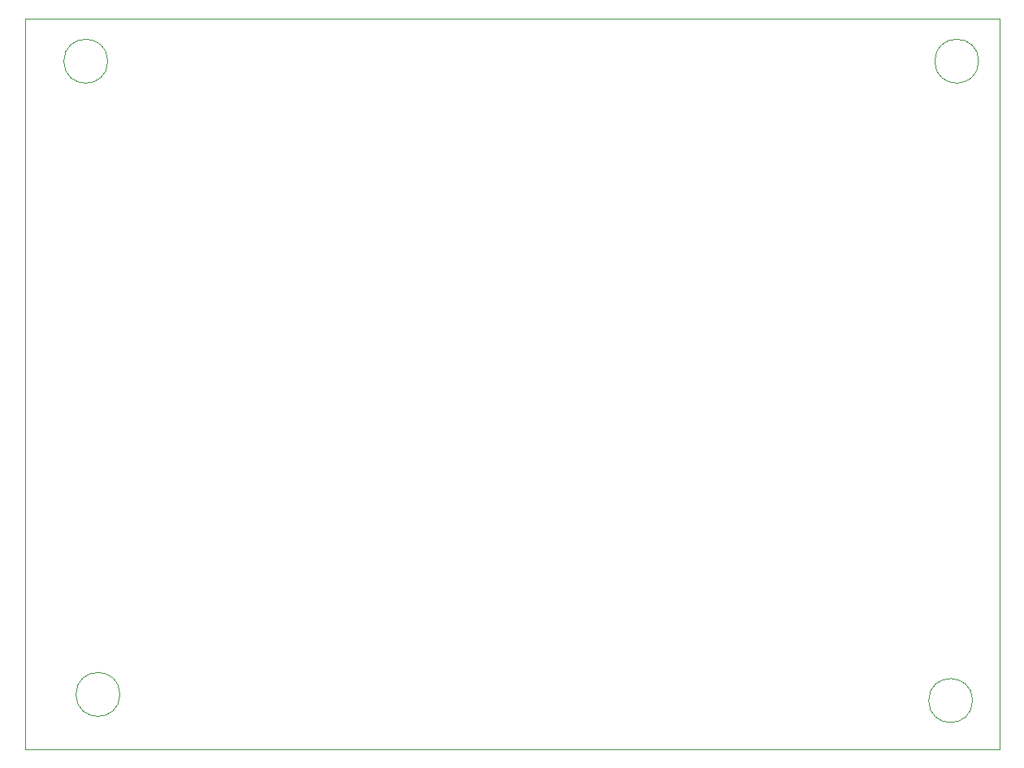
<source format=gbr>
%TF.GenerationSoftware,KiCad,Pcbnew,(6.0.7)*%
%TF.CreationDate,2022-09-22T15:33:20-05:00*%
%TF.ProjectId,2611,32363131-2e6b-4696-9361-645f70636258,rev?*%
%TF.SameCoordinates,Original*%
%TF.FileFunction,Profile,NP*%
%FSLAX46Y46*%
G04 Gerber Fmt 4.6, Leading zero omitted, Abs format (unit mm)*
G04 Created by KiCad (PCBNEW (6.0.7)) date 2022-09-22 15:33:20*
%MOMM*%
%LPD*%
G01*
G04 APERTURE LIST*
%TA.AperFunction,Profile*%
%ADD10C,0.100000*%
%TD*%
G04 APERTURE END LIST*
D10*
X88649525Y-139065000D02*
G75*
G03*
X88649525Y-139065000I-2289525J0D01*
G01*
X177549525Y-139700000D02*
G75*
G03*
X177549525Y-139700000I-2289525J0D01*
G01*
X178184525Y-73025000D02*
G75*
G03*
X178184525Y-73025000I-2289525J0D01*
G01*
X87379525Y-73025000D02*
G75*
G03*
X87379525Y-73025000I-2289525J0D01*
G01*
X78740000Y-68580000D02*
X180340000Y-68580000D01*
X180340000Y-68580000D02*
X180340000Y-144780000D01*
X180340000Y-144780000D02*
X78740000Y-144780000D01*
X78740000Y-144780000D02*
X78740000Y-68580000D01*
M02*

</source>
